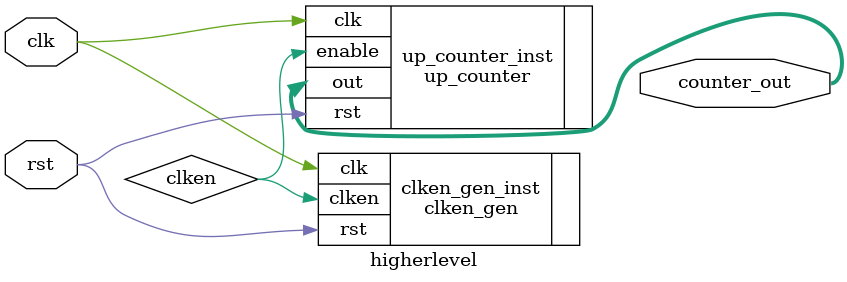
<source format=v>
module higherlevel(
  input clk,
  input rst,
  output [7:0] counter_out
);

// ----------------------------------------------------------------------------
wire clken;
wire [7:0] counter_out;

// ----------------------------------------------------------------------------
clken_gen #(
  .DIV_RATIO(1000000-1) // Resulting 'clken' pulse frequency is {clk/(n+1)}
)
clken_gen_inst(
  .clk(clk),
  .rst(rst),
  .clken(clken)
);

// ----------------------------------------------------------------------------
up_counter up_counter_inst(
  .clk(clk),
  .rst(rst),
  .enable(clken),
  .out(counter_out)
);

endmodule

</source>
